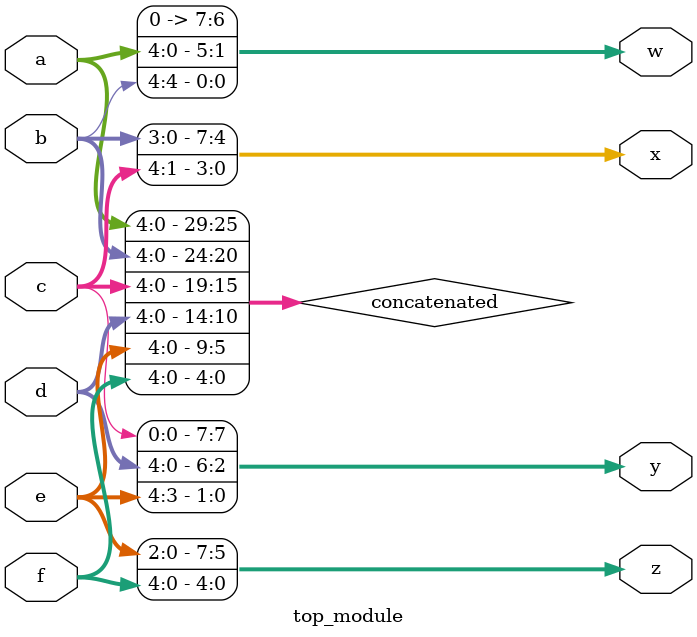
<source format=sv>
module top_module (
	input [4:0] a,
	input [4:0] b,
	input [4:0] c,
	input [4:0] d,
	input [4:0] e,
	input [4:0] f,
	output [7:0] w,
	output [7:0] x,
	output [7:0] y,
	output [7:0] z
);

	// Concatenate the input vectors
	wire [29:0] concatenated;
	assign concatenated = {a, b, c, d, e, f};

	// Split the concatenated vector into output vectors
	assign {w, x, y, z} = {concatenated[29:22], concatenated[21:14], concatenated[13:6], concatenated[5:0]};

endmodule

</source>
